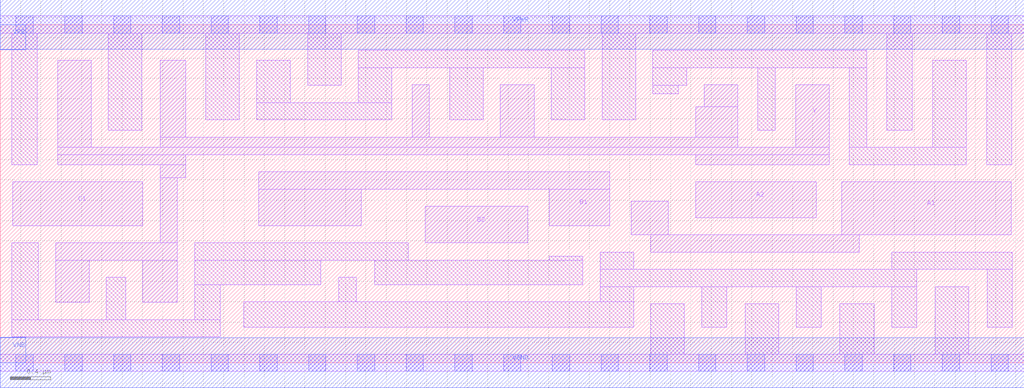
<source format=lef>
# Copyright 2020 The SkyWater PDK Authors
#
# Licensed under the Apache License, Version 2.0 (the "License");
# you may not use this file except in compliance with the License.
# You may obtain a copy of the License at
#
#     https://www.apache.org/licenses/LICENSE-2.0
#
# Unless required by applicable law or agreed to in writing, software
# distributed under the License is distributed on an "AS IS" BASIS,
# WITHOUT WARRANTIES OR CONDITIONS OF ANY KIND, either express or implied.
# See the License for the specific language governing permissions and
# limitations under the License.
#
# SPDX-License-Identifier: Apache-2.0

VERSION 5.5 ;
NAMESCASESENSITIVE ON ;
BUSBITCHARS "[]" ;
DIVIDERCHAR "/" ;
MACRO sky130_fd_sc_hs__o221ai_4
  CLASS CORE ;
  SOURCE USER ;
  ORIGIN  0.000000  0.000000 ;
  SIZE  10.08000 BY  3.330000 ;
  SYMMETRY X Y ;
  SITE unit ;
  PIN A1
    ANTENNAGATEAREA  1.116000 ;
    DIRECTION INPUT ;
    USE SIGNAL ;
    PORT
      LAYER li1 ;
        RECT 6.210000 1.260000 6.575000 1.590000 ;
        RECT 6.405000 1.090000 8.455000 1.260000 ;
        RECT 8.285000 1.260000 9.955000 1.780000 ;
    END
  END A1
  PIN A2
    ANTENNAGATEAREA  1.116000 ;
    DIRECTION INPUT ;
    USE SIGNAL ;
    PORT
      LAYER li1 ;
        RECT 6.845000 1.430000 8.035000 1.780000 ;
    END
  END A2
  PIN B1
    ANTENNAGATEAREA  1.116000 ;
    DIRECTION INPUT ;
    USE SIGNAL ;
    PORT
      LAYER li1 ;
        RECT 2.545000 1.350000 3.555000 1.710000 ;
        RECT 2.545000 1.710000 6.000000 1.880000 ;
        RECT 5.405000 1.350000 6.000000 1.710000 ;
    END
  END B1
  PIN B2
    ANTENNAGATEAREA  1.116000 ;
    DIRECTION INPUT ;
    USE SIGNAL ;
    PORT
      LAYER li1 ;
        RECT 4.185000 1.180000 5.195000 1.540000 ;
    END
  END B2
  PIN C1
    ANTENNAGATEAREA  1.116000 ;
    DIRECTION INPUT ;
    USE SIGNAL ;
    PORT
      LAYER li1 ;
        RECT 0.125000 1.350000 1.405000 1.780000 ;
    END
  END C1
  PIN Y
    ANTENNADIFFAREA  2.514400 ;
    DIRECTION OUTPUT ;
    USE SIGNAL ;
    PORT
      LAYER li1 ;
        RECT 0.545000 0.595000 0.875000 1.010000 ;
        RECT 0.545000 1.010000 1.745000 1.180000 ;
        RECT 0.565000 1.950000 1.825000 2.050000 ;
        RECT 0.565000 2.050000 8.160000 2.120000 ;
        RECT 0.565000 2.120000 0.895000 2.980000 ;
        RECT 1.405000 0.595000 1.745000 1.010000 ;
        RECT 1.575000 1.180000 1.745000 1.820000 ;
        RECT 1.575000 1.820000 1.825000 1.950000 ;
        RECT 1.575000 2.120000 7.260000 2.220000 ;
        RECT 1.575000 2.220000 1.825000 2.980000 ;
        RECT 4.055000 2.220000 4.225000 2.735000 ;
        RECT 4.925000 2.220000 5.255000 2.735000 ;
        RECT 6.845000 1.950000 8.160000 2.050000 ;
        RECT 6.845000 2.220000 7.260000 2.520000 ;
        RECT 6.930000 2.520000 7.260000 2.735000 ;
        RECT 7.830000 2.120000 8.160000 2.735000 ;
    END
  END Y
  PIN VGND
    DIRECTION INOUT ;
    USE GROUND ;
    PORT
      LAYER met1 ;
        RECT 0.000000 -0.245000 10.080000 0.245000 ;
    END
  END VGND
  PIN VNB
    DIRECTION INOUT ;
    USE GROUND ;
    PORT
    END
  END VNB
  PIN VPB
    DIRECTION INOUT ;
    USE POWER ;
    PORT
    END
  END VPB
  PIN VNB
    DIRECTION INOUT ;
    USE GROUND ;
    PORT
      LAYER met1 ;
        RECT 0.000000 0.000000 0.250000 0.250000 ;
    END
  END VNB
  PIN VPB
    DIRECTION INOUT ;
    USE POWER ;
    PORT
      LAYER met1 ;
        RECT 0.000000 3.080000 0.250000 3.330000 ;
    END
  END VPB
  PIN VPWR
    DIRECTION INOUT ;
    USE POWER ;
    PORT
      LAYER met1 ;
        RECT 0.000000 3.085000 10.080000 3.575000 ;
    END
  END VPWR
  OBS
    LAYER li1 ;
      RECT 0.000000 -0.085000 10.080000 0.085000 ;
      RECT 0.000000  3.245000 10.080000 3.415000 ;
      RECT 0.115000  0.255000  2.165000 0.425000 ;
      RECT 0.115000  0.425000  0.375000 1.180000 ;
      RECT 0.115000  1.950000  0.365000 3.245000 ;
      RECT 1.045000  0.425000  1.235000 0.840000 ;
      RECT 1.065000  2.290000  1.395000 3.245000 ;
      RECT 1.915000  0.425000  2.165000 0.770000 ;
      RECT 1.915000  0.770000  3.155000 1.010000 ;
      RECT 1.915000  1.010000  4.015000 1.180000 ;
      RECT 2.025000  2.390000  2.355000 3.245000 ;
      RECT 2.395000  0.350000  6.235000 0.600000 ;
      RECT 2.525000  2.390000  3.855000 2.560000 ;
      RECT 2.525000  2.560000  2.855000 2.980000 ;
      RECT 3.025000  2.730000  3.355000 3.245000 ;
      RECT 3.335000  0.600000  3.505000 0.840000 ;
      RECT 3.525000  2.560000  3.855000 2.905000 ;
      RECT 3.525000  2.905000  5.755000 3.075000 ;
      RECT 3.685000  0.770000  5.735000 1.010000 ;
      RECT 4.425000  2.390000  4.755000 2.905000 ;
      RECT 5.405000  1.010000  5.735000 1.050000 ;
      RECT 5.425000  2.390000  5.755000 2.905000 ;
      RECT 5.905000  0.600000  6.235000 0.750000 ;
      RECT 5.905000  0.750000  9.025000 0.920000 ;
      RECT 5.905000  0.920000  6.235000 1.090000 ;
      RECT 5.925000  2.390000  6.255000 3.245000 ;
      RECT 6.405000  0.085000  6.735000 0.580000 ;
      RECT 6.425000  2.650000  6.675000 2.730000 ;
      RECT 6.425000  2.730000  6.760000 2.905000 ;
      RECT 6.425000  2.905000  8.530000 3.075000 ;
      RECT 6.905000  0.350000  7.155000 0.750000 ;
      RECT 7.335000  0.085000  7.665000 0.580000 ;
      RECT 7.460000  2.290000  7.630000 2.905000 ;
      RECT 7.835000  0.350000  8.085000 0.750000 ;
      RECT 8.265000  0.085000  8.605000 0.580000 ;
      RECT 8.360000  1.950000  9.510000 2.120000 ;
      RECT 8.360000  2.120000  8.530000 2.905000 ;
      RECT 8.730000  2.290000  8.980000 3.245000 ;
      RECT 8.775000  0.350000  9.025000 0.750000 ;
      RECT 8.775000  0.920000  9.965000 1.090000 ;
      RECT 9.180000  2.120000  9.510000 2.980000 ;
      RECT 9.205000  0.085000  9.535000 0.750000 ;
      RECT 9.710000  1.950000  9.960000 3.245000 ;
      RECT 9.715000  0.350000  9.965000 0.920000 ;
    LAYER mcon ;
      RECT 0.155000 -0.085000 0.325000 0.085000 ;
      RECT 0.155000  3.245000 0.325000 3.415000 ;
      RECT 0.635000 -0.085000 0.805000 0.085000 ;
      RECT 0.635000  3.245000 0.805000 3.415000 ;
      RECT 1.115000 -0.085000 1.285000 0.085000 ;
      RECT 1.115000  3.245000 1.285000 3.415000 ;
      RECT 1.595000 -0.085000 1.765000 0.085000 ;
      RECT 1.595000  3.245000 1.765000 3.415000 ;
      RECT 2.075000 -0.085000 2.245000 0.085000 ;
      RECT 2.075000  3.245000 2.245000 3.415000 ;
      RECT 2.555000 -0.085000 2.725000 0.085000 ;
      RECT 2.555000  3.245000 2.725000 3.415000 ;
      RECT 3.035000 -0.085000 3.205000 0.085000 ;
      RECT 3.035000  3.245000 3.205000 3.415000 ;
      RECT 3.515000 -0.085000 3.685000 0.085000 ;
      RECT 3.515000  3.245000 3.685000 3.415000 ;
      RECT 3.995000 -0.085000 4.165000 0.085000 ;
      RECT 3.995000  3.245000 4.165000 3.415000 ;
      RECT 4.475000 -0.085000 4.645000 0.085000 ;
      RECT 4.475000  3.245000 4.645000 3.415000 ;
      RECT 4.955000 -0.085000 5.125000 0.085000 ;
      RECT 4.955000  3.245000 5.125000 3.415000 ;
      RECT 5.435000 -0.085000 5.605000 0.085000 ;
      RECT 5.435000  3.245000 5.605000 3.415000 ;
      RECT 5.915000 -0.085000 6.085000 0.085000 ;
      RECT 5.915000  3.245000 6.085000 3.415000 ;
      RECT 6.395000 -0.085000 6.565000 0.085000 ;
      RECT 6.395000  3.245000 6.565000 3.415000 ;
      RECT 6.875000 -0.085000 7.045000 0.085000 ;
      RECT 6.875000  3.245000 7.045000 3.415000 ;
      RECT 7.355000 -0.085000 7.525000 0.085000 ;
      RECT 7.355000  3.245000 7.525000 3.415000 ;
      RECT 7.835000 -0.085000 8.005000 0.085000 ;
      RECT 7.835000  3.245000 8.005000 3.415000 ;
      RECT 8.315000 -0.085000 8.485000 0.085000 ;
      RECT 8.315000  3.245000 8.485000 3.415000 ;
      RECT 8.795000 -0.085000 8.965000 0.085000 ;
      RECT 8.795000  3.245000 8.965000 3.415000 ;
      RECT 9.275000 -0.085000 9.445000 0.085000 ;
      RECT 9.275000  3.245000 9.445000 3.415000 ;
      RECT 9.755000 -0.085000 9.925000 0.085000 ;
      RECT 9.755000  3.245000 9.925000 3.415000 ;
  END
END sky130_fd_sc_hs__o221ai_4
END LIBRARY

</source>
